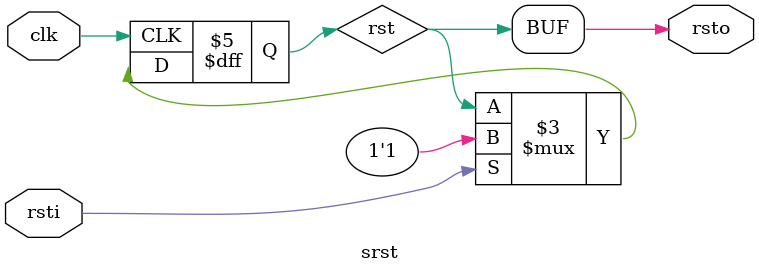
<source format=v>
module srst(input clk,rsti,output rsto) ;
    reg rst = 1'b0 ;
    always @(posedge clk) if(rsti) rst <= 1'b1 ;
    assign rsto = rst ;
endmodule // srst
/* 
 rst is 0 when the system is going to reset.
 rst is 1 in opration mode.
 
 after power on, rst = 0.
 //with rsti posedge, rst becomes 1.
 when rsti is 1 synced with clock, rst becomes 1.
 */

</source>
